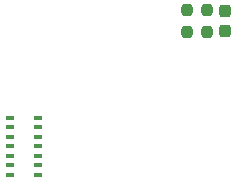
<source format=gbp>
G04 #@! TF.GenerationSoftware,KiCad,Pcbnew,7.0.2*
G04 #@! TF.CreationDate,2025-02-26T19:17:01+01:00*
G04 #@! TF.ProjectId,testESP32_2,74657374-4553-4503-9332-5f322e6b6963,rev?*
G04 #@! TF.SameCoordinates,Original*
G04 #@! TF.FileFunction,Paste,Bot*
G04 #@! TF.FilePolarity,Positive*
%FSLAX46Y46*%
G04 Gerber Fmt 4.6, Leading zero omitted, Abs format (unit mm)*
G04 Created by KiCad (PCBNEW 7.0.2) date 2025-02-26 19:17:01*
%MOMM*%
%LPD*%
G01*
G04 APERTURE LIST*
G04 Aperture macros list*
%AMRoundRect*
0 Rectangle with rounded corners*
0 $1 Rounding radius*
0 $2 $3 $4 $5 $6 $7 $8 $9 X,Y pos of 4 corners*
0 Add a 4 corners polygon primitive as box body*
4,1,4,$2,$3,$4,$5,$6,$7,$8,$9,$2,$3,0*
0 Add four circle primitives for the rounded corners*
1,1,$1+$1,$2,$3*
1,1,$1+$1,$4,$5*
1,1,$1+$1,$6,$7*
1,1,$1+$1,$8,$9*
0 Add four rect primitives between the rounded corners*
20,1,$1+$1,$2,$3,$4,$5,0*
20,1,$1+$1,$4,$5,$6,$7,0*
20,1,$1+$1,$6,$7,$8,$9,0*
20,1,$1+$1,$8,$9,$2,$3,0*%
G04 Aperture macros list end*
%ADD10RoundRect,0.237500X0.237500X-0.250000X0.237500X0.250000X-0.237500X0.250000X-0.237500X-0.250000X0*%
%ADD11RoundRect,0.237500X-0.237500X0.250000X-0.237500X-0.250000X0.237500X-0.250000X0.237500X0.250000X0*%
%ADD12RoundRect,0.237500X0.237500X-0.300000X0.237500X0.300000X-0.237500X0.300000X-0.237500X-0.300000X0*%
%ADD13RoundRect,0.087500X0.287500X0.087500X-0.287500X0.087500X-0.287500X-0.087500X0.287500X-0.087500X0*%
G04 APERTURE END LIST*
D10*
X202100000Y-68350000D03*
X202100000Y-66525000D03*
D11*
X200450000Y-66525000D03*
X200450000Y-68350000D03*
D12*
X203650000Y-68300000D03*
X203650000Y-66575000D03*
D13*
X187850000Y-75650000D03*
X187850000Y-76450000D03*
X187850000Y-77250000D03*
X187850000Y-78050000D03*
X187850000Y-78850000D03*
X187850000Y-79650000D03*
X187850000Y-80450000D03*
X185450000Y-80450000D03*
X185450000Y-79650000D03*
X185450000Y-78850000D03*
X185450000Y-78050000D03*
X185450000Y-77250000D03*
X185450000Y-76450000D03*
X185450000Y-75650000D03*
M02*

</source>
